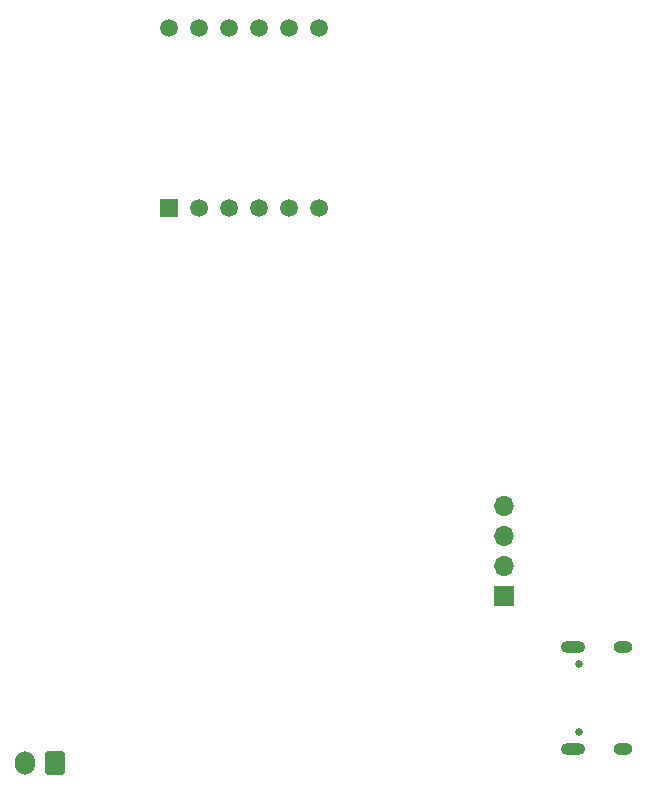
<source format=gbr>
%TF.GenerationSoftware,KiCad,Pcbnew,8.0.3*%
%TF.CreationDate,2024-07-19T12:36:33+08:00*%
%TF.ProjectId,NTC,4e54432e-6b69-4636-9164-5f7063625858,rev?*%
%TF.SameCoordinates,Original*%
%TF.FileFunction,Soldermask,Bot*%
%TF.FilePolarity,Negative*%
%FSLAX45Y45*%
G04 Gerber Fmt 4.5, Leading zero omitted, Abs format (unit mm)*
G04 Created by KiCad (PCBNEW 8.0.3) date 2024-07-19 12:36:33*
%MOMM*%
%LPD*%
G01*
G04 APERTURE LIST*
G04 Aperture macros list*
%AMRoundRect*
0 Rectangle with rounded corners*
0 $1 Rounding radius*
0 $2 $3 $4 $5 $6 $7 $8 $9 X,Y pos of 4 corners*
0 Add a 4 corners polygon primitive as box body*
4,1,4,$2,$3,$4,$5,$6,$7,$8,$9,$2,$3,0*
0 Add four circle primitives for the rounded corners*
1,1,$1+$1,$2,$3*
1,1,$1+$1,$4,$5*
1,1,$1+$1,$6,$7*
1,1,$1+$1,$8,$9*
0 Add four rect primitives between the rounded corners*
20,1,$1+$1,$2,$3,$4,$5,0*
20,1,$1+$1,$4,$5,$6,$7,0*
20,1,$1+$1,$6,$7,$8,$9,0*
20,1,$1+$1,$8,$9,$2,$3,0*%
G04 Aperture macros list end*
%ADD10R,1.700000X1.700000*%
%ADD11O,1.700000X1.700000*%
%ADD12R,1.500000X1.500000*%
%ADD13C,1.500000*%
%ADD14C,0.650000*%
%ADD15O,2.100000X1.000000*%
%ADD16O,1.600000X1.000000*%
%ADD17RoundRect,0.250000X0.600000X0.750000X-0.600000X0.750000X-0.600000X-0.750000X0.600000X-0.750000X0*%
%ADD18O,1.700000X2.000000*%
G04 APERTURE END LIST*
D10*
%TO.C,J1*%
X17200000Y-10480000D03*
D11*
X17200000Y-10226000D03*
X17200000Y-9972000D03*
X17200000Y-9718000D03*
%TD*%
D12*
%TO.C,U2*%
X14365000Y-7197750D03*
D13*
X14619000Y-7197750D03*
X14873000Y-7197750D03*
X15127000Y-7197750D03*
X15381000Y-7197750D03*
X15635000Y-7197750D03*
X15635000Y-5673750D03*
X15381000Y-5673750D03*
X15127000Y-5673750D03*
X14873000Y-5673750D03*
X14619000Y-5673750D03*
X14365000Y-5673750D03*
%TD*%
D14*
%TO.C,J3*%
X17839500Y-11639000D03*
X17839500Y-11061000D03*
D15*
X17789500Y-11782000D03*
D16*
X18207500Y-11782000D03*
D15*
X17789500Y-10918000D03*
D16*
X18207500Y-10918000D03*
%TD*%
D17*
%TO.C,J2*%
X13400000Y-11900000D03*
D18*
X13150000Y-11900000D03*
%TD*%
M02*

</source>
